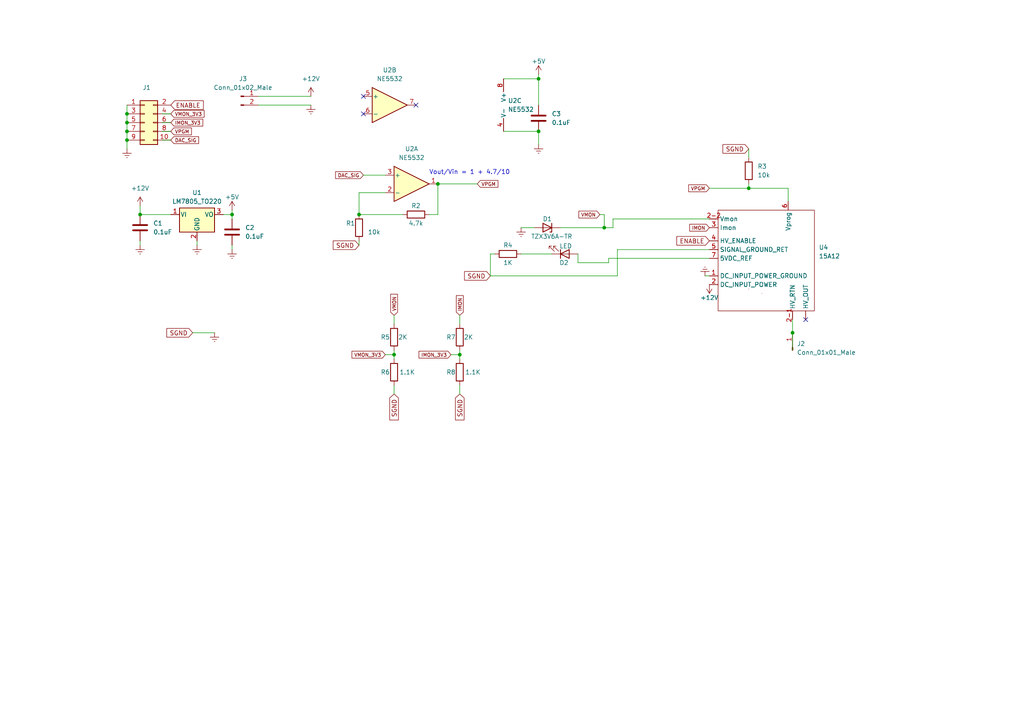
<source format=kicad_sch>
(kicad_sch (version 20211123) (generator eeschema)
  (paper "A4")
  (lib_symbols
    (symbol "Amplifier_Operational:NE5532" (pin_names (offset 0.127))
      (property "Reference" "U" (at 0 5.08 0))
      (property "Value" "NE5532" (at 0 -5.08 0))
      (symbol "NE5532_1_1"
        (polyline (pts (xy -5.08 5.08) (xy 5.08 0) (xy -5.08 -5.08) (xy -5.08 5.08)) (stroke (width 0.254)) (fill (type background)))
        (pin output line (at 7.62 0 180) (length 2.54) (name "~") (number "1"))
        (pin input line (at -7.62 -2.54 0) (length 2.54) (name "-") (number "2"))
        (pin input line (at -7.62 2.54 0) (length 2.54) (name "+") (number "3"))
      )
      (symbol "NE5532_2_1"
        (polyline (pts (xy -5.08 5.08) (xy 5.08 0) (xy -5.08 -5.08) (xy -5.08 5.08)) (stroke (width 0.254)) (fill (type background)))
        (pin input line (at -7.62 2.54 0) (length 2.54) (name "+") (number "5"))
        (pin input line (at -7.62 -2.54 0) (length 2.54) (name "-") (number "6"))
        (pin output line (at 7.62 0 180) (length 2.54) (name "~") (number "7"))
      )
      (symbol "NE5532_3_1"
        (pin power_in line (at -2.54 -7.62 90) (length 3.81) (name "V-") (number "4"))
        (pin power_in line (at -2.54 7.62 270) (length 3.81) (name "V+") (number "8"))
      )
    )
    (symbol "Connector:Conn_01x01_Male" (pin_names (offset 1.016) hide)
      (property "Reference" "J" (at 0 2.54 0))
      (property "Value" "Conn_01x01_Male" (at 0 -2.54 0))
      (symbol "Conn_01x01_Male_1_1"
        (polyline (pts (xy 1.27 0) (xy 0.8636 0)) (stroke (width 0.1524)))
        (rectangle (start 0.8636 0.127) (end 0 -0.127) (stroke (width 0.1524)) (fill (type outline)))
        (pin passive line (at 5.08 0 180) (length 3.81) (name "Pin_1") (number "1"))
      )
    )
    (symbol "Connector:Conn_01x02_Male" (pin_names (offset 1.016) hide)
      (property "Reference" "J" (at 0 2.54 0))
      (property "Value" "Conn_01x02_Male" (at 0 -5.08 0))
      (symbol "Conn_01x02_Male_1_1"
        (polyline (pts (xy 1.27 -2.54) (xy 0.8636 -2.54)) (stroke (width 0.1524)))
        (polyline (pts (xy 1.27 0) (xy 0.8636 0)) (stroke (width 0.1524)))
        (rectangle (start 0.8636 -2.413) (end 0 -2.667) (stroke (width 0.1524)) (fill (type outline)))
        (rectangle (start 0.8636 0.127) (end 0 -0.127) (stroke (width 0.1524)) (fill (type outline)))
        (pin passive line (at 5.08 0 180) (length 3.81) (name "Pin_1") (number "1"))
        (pin passive line (at 5.08 -2.54 180) (length 3.81) (name "Pin_2") (number "2"))
      )
    )
    (symbol "Connector_Generic:Conn_02x05_Odd_Even" (pin_names (offset 1.016) hide)
      (property "Reference" "J" (at 1.27 7.62 0))
      (property "Value" "Conn_02x05_Odd_Even" (at 1.27 -7.62 0))
      (symbol "Conn_02x05_Odd_Even_1_1"
        (rectangle (start -1.27 -4.953) (end 0 -5.207) (stroke (width 0.1524)))
        (rectangle (start -1.27 -2.413) (end 0 -2.667) (stroke (width 0.1524)))
        (rectangle (start -1.27 0.127) (end 0 -0.127) (stroke (width 0.1524)))
        (rectangle (start -1.27 2.667) (end 0 2.413) (stroke (width 0.1524)))
        (rectangle (start -1.27 5.207) (end 0 4.953) (stroke (width 0.1524)))
        (rectangle (start -1.27 6.35) (end 3.81 -6.35) (stroke (width 0.254)) (fill (type background)))
        (rectangle (start 3.81 -4.953) (end 2.54 -5.207) (stroke (width 0.1524)))
        (rectangle (start 3.81 -2.413) (end 2.54 -2.667) (stroke (width 0.1524)))
        (rectangle (start 3.81 0.127) (end 2.54 -0.127) (stroke (width 0.1524)))
        (rectangle (start 3.81 2.667) (end 2.54 2.413) (stroke (width 0.1524)))
        (rectangle (start 3.81 5.207) (end 2.54 4.953) (stroke (width 0.1524)))
        (pin passive line (at -5.08 5.08 0) (length 3.81) (name "Pin_1") (number "1"))
        (pin passive line (at 7.62 -5.08 180) (length 3.81) (name "Pin_10") (number "10"))
        (pin passive line (at 7.62 5.08 180) (length 3.81) (name "Pin_2") (number "2"))
        (pin passive line (at -5.08 2.54 0) (length 3.81) (name "Pin_3") (number "3"))
        (pin passive line (at 7.62 2.54 180) (length 3.81) (name "Pin_4") (number "4"))
        (pin passive line (at -5.08 0 0) (length 3.81) (name "Pin_5") (number "5"))
        (pin passive line (at 7.62 0 180) (length 3.81) (name "Pin_6") (number "6"))
        (pin passive line (at -5.08 -2.54 0) (length 3.81) (name "Pin_7") (number "7"))
        (pin passive line (at 7.62 -2.54 180) (length 3.81) (name "Pin_8") (number "8"))
        (pin passive line (at -5.08 -5.08 0) (length 3.81) (name "Pin_9") (number "9"))
      )
    )
    (symbol "Device:C" (pin_numbers hide) (pin_names (offset 0.254))
      (property "Reference" "C" (at 0.635 2.54 0))
      (property "Value" "C" (at 0.635 -2.54 0))
      (symbol "C_0_1"
        (polyline (pts (xy -2.032 -0.762) (xy 2.032 -0.762)) (stroke (width 0.508)))
        (polyline (pts (xy -2.032 0.762) (xy 2.032 0.762)) (stroke (width 0.508)))
      )
      (symbol "C_1_1"
        (pin passive line (at 0 3.81 270) (length 2.794) (name "~") (number "1"))
        (pin passive line (at 0 -3.81 90) (length 2.794) (name "~") (number "2"))
      )
    )
    (symbol "Device:D_Zener" (pin_numbers hide) (pin_names (offset 1.016) hide)
      (property "Reference" "D" (at 0 2.54 0))
      (property "Value" "D_Zener" (at 0 -2.54 0))
      (symbol "D_Zener_0_1"
        (polyline (pts (xy 1.27 0) (xy -1.27 0)))
        (polyline (pts (xy -1.27 -1.27) (xy -1.27 1.27) (xy -0.762 1.27)) (stroke (width 0.254)))
        (polyline (pts (xy 1.27 -1.27) (xy 1.27 1.27) (xy -1.27 0) (xy 1.27 -1.27)) (stroke (width 0.254)))
      )
      (symbol "D_Zener_1_1"
        (pin passive line (at -3.81 0 0) (length 2.54) (name "K") (number "1"))
        (pin passive line (at 3.81 0 180) (length 2.54) (name "A") (number "2"))
      )
    )
    (symbol "Device:LED" (pin_numbers hide) (pin_names (offset 1.016) hide)
      (property "Reference" "D" (at 0 2.54 0))
      (property "Value" "LED" (at 0 -2.54 0))
      (symbol "LED_0_1"
        (polyline (pts (xy -1.27 -1.27) (xy -1.27 1.27)) (stroke (width 0.254)))
        (polyline (pts (xy -1.27 0) (xy 1.27 0)))
        (polyline (pts (xy 1.27 -1.27) (xy 1.27 1.27) (xy -1.27 0) (xy 1.27 -1.27)) (stroke (width 0.254)))
        (polyline (pts (xy -3.048 -0.762) (xy -4.572 -2.286) (xy -3.81 -2.286) (xy -4.572 -2.286) (xy -4.572 -1.524)))
        (polyline (pts (xy -1.778 -0.762) (xy -3.302 -2.286) (xy -2.54 -2.286) (xy -3.302 -2.286) (xy -3.302 -1.524)))
      )
      (symbol "LED_1_1"
        (pin passive line (at -3.81 0 0) (length 2.54) (name "K") (number "1"))
        (pin passive line (at 3.81 0 180) (length 2.54) (name "A") (number "2"))
      )
    )
    (symbol "Device:R" (pin_numbers hide) (pin_names (offset 0))
      (property "Reference" "R" (at 2.032 0 90))
      (property "Value" "R" (at 0 0 90))
      (symbol "R_0_1"
        (rectangle (start -1.016 -2.54) (end 1.016 2.54) (stroke (width 0.254)))
      )
      (symbol "R_1_1"
        (pin passive line (at 0 3.81 270) (length 1.27) (name "~") (number "1"))
        (pin passive line (at 0 -3.81 90) (length 1.27) (name "~") (number "2"))
      )
    )
    (symbol "Regulator_Linear:LM7805_TO220" (pin_names (offset 0.254))
      (property "Reference" "U" (at -3.81 3.175 0))
      (property "Value" "LM7805_TO220" (at 0 3.175 0))
      (symbol "LM7805_TO220_0_1"
        (rectangle (start -5.08 1.905) (end 5.08 -5.08) (stroke (width 0.254)) (fill (type background)))
      )
      (symbol "LM7805_TO220_1_1"
        (pin power_in line (at -7.62 0 0) (length 2.54) (name "VI") (number "1"))
        (pin power_in line (at 0 -7.62 90) (length 2.54) (name "GND") (number "2"))
        (pin power_out line (at 7.62 0 180) (length 2.54) (name "VO") (number "3"))
      )
    )
    (symbol "design:15A12"
      (property "Reference" "U4" (at 20.32 -1.9049 0))
      (property "Value" "15A12" (at 20.32 -4.4449 0))
      (symbol "15A12_0_1"
        (rectangle (start -8.89 8.89) (end 19.05 -20.32))
        (rectangle (start 0 -13.97) (end 0 -13.97))
        (rectangle (start 3.81 -15.24) (end 3.81 -15.24))
      )
      (symbol "15A12_1_1"
        (pin input line (at 16.51 -22.86 90) (length 2.54) (name "HV_OUT") (number ""))
        (pin input line (at -11.43 -10.16 0) (length 2.54) (name "DC_INPUT_POWER_GROUND") (number "1"))
        (pin output line (at -11.43 -12.7 0) (length 2.54) (name "DC_INPUT_POWER") (number "2"))
        (pin input line (at 12.7 -22.86 90) (length 2.54) (name "HV_RTN") (number "2-1"))
        (pin input line (at -11.43 6.35 0) (length 2.54) (name "Vmon") (number "2-2"))
        (pin output line (at -11.43 3.81 0) (length 2.54) (name "Imon") (number "3"))
        (pin input line (at -11.43 0 0) (length 2.54) (name "HV_ENABLE") (number "4"))
        (pin input line (at -11.43 -2.54 0) (length 2.54) (name "SIGNAL_GROUND_RET") (number "5"))
        (pin input line (at 11.43 11.43 270) (length 2.54) (name "Vprog") (number "6"))
        (pin output line (at -11.43 -5.08 0) (length 2.54) (name "5VDC_REF") (number "7"))
      )
    )
    (symbol "power:+12V" (power) (pin_names (offset 0))
      (property "Value" "+12V" (at 0 3.556 0))
      (symbol "+12V_0_1"
        (polyline (pts (xy -0.762 1.27) (xy 0 2.54)))
        (polyline (pts (xy 0 0) (xy 0 2.54)))
        (polyline (pts (xy 0 2.54) (xy 0.762 1.27)))
      )
      (symbol "+12V_1_1"
        (pin power_in line (at 0 0 90) (length 0) hide (name "+12V") (number "1"))
      )
    )
    (symbol "power:+5V" (power) (pin_names (offset 0))
      (property "Value" "+5V" (at 0 3.556 0))
      (symbol "+5V_0_1"
        (polyline (pts (xy -0.762 1.27) (xy 0 2.54)))
        (polyline (pts (xy 0 0) (xy 0 2.54)))
        (polyline (pts (xy 0 2.54) (xy 0.762 1.27)))
      )
      (symbol "+5V_1_1"
        (pin power_in line (at 0 0 90) (length 0) hide (name "+5V") (number "1"))
      )
    )
    (symbol "power:Earth" (power) (pin_names (offset 0))
      (symbol "Earth_0_1"
        (polyline (pts (xy -0.635 -1.905) (xy 0.635 -1.905)))
        (polyline (pts (xy -0.127 -2.54) (xy 0.127 -2.54)))
        (polyline (pts (xy 0 -1.27) (xy 0 0)))
        (polyline (pts (xy 1.27 -1.27) (xy -1.27 -1.27)))
      )
      (symbol "Earth_1_1"
        (pin power_in line (at 0 0 270) (length 0) hide (name "Earth") (number "1"))
      )
    )
  )
  (junction (at 156.21 38.1))
  (junction (at 127 53.34))
  (junction (at 36.83 35.56))
  (junction (at 156.21 22.86))
  (junction (at 114.3 102.87))
  (junction (at 217.17 54.61))
  (junction (at 36.83 38.1))
  (junction (at 133.35 102.87))
  (junction (at 36.83 33.02))
  (junction (at 104.14 62.23))
  (junction (at 40.64 62.23))
  (junction (at 67.31 62.23))
  (junction (at 229.87 96.52))
  (junction (at 175.26 66.04))
  (junction (at 36.83 40.64))
  (no_connect (at 233.68 92.71))
  (no_connect (at 105.41 27.94))
  (no_connect (at 105.41 33.02))
  (no_connect (at 120.65 30.48))
  (wire (pts (xy 114.3 101.6) (xy 114.3 102.87)))
  (wire (pts (xy 36.83 33.02) (xy 36.83 30.48)))
  (wire (pts (xy 179.07 72.39) (xy 179.07 80.01)))
  (wire (pts (xy 179.07 80.01) (xy 142.24 80.01)))
  (wire (pts (xy 67.31 62.23) (xy 67.31 63.5)))
  (wire (pts (xy 67.31 60.96) (xy 67.31 62.23)))
  (wire (pts (xy 64.77 62.23) (xy 67.31 62.23)))
  (wire (pts (xy 40.64 69.85) (xy 40.64 71.12)))
  (wire (pts (xy 111.76 102.87) (xy 114.3 102.87)))
  (wire (pts (xy 36.83 43.18) (xy 36.83 40.64)))
  (wire (pts (xy 176.53 74.93) (xy 176.53 76.2)))
  (wire (pts (xy 156.21 22.86) (xy 156.21 30.48)))
  (wire (pts (xy 74.93 27.94) (xy 90.17 27.94)))
  (wire (pts (xy 40.64 62.23) (xy 49.53 62.23)))
  (wire (pts (xy 55.88 96.52) (xy 62.23 96.52)))
  (wire (pts (xy 46.99 38.1) (xy 49.53 38.1)))
  (wire (pts (xy 142.24 73.66) (xy 143.51 73.66)))
  (wire (pts (xy 57.15 69.85) (xy 57.15 71.12)))
  (wire (pts (xy 176.53 76.2) (xy 167.64 76.2)))
  (wire (pts (xy 36.83 38.1) (xy 36.83 35.56)))
  (wire (pts (xy 228.6 58.42) (xy 228.6 54.61)))
  (wire (pts (xy 105.41 50.8) (xy 111.76 50.8)))
  (wire (pts (xy 217.17 53.34) (xy 217.17 54.61)))
  (wire (pts (xy 156.21 21.59) (xy 156.21 22.86)))
  (wire (pts (xy 74.93 30.48) (xy 90.17 30.48)))
  (wire (pts (xy 46.99 40.64) (xy 49.53 40.64)))
  (wire (pts (xy 217.17 43.18) (xy 217.17 45.72)))
  (wire (pts (xy 205.74 74.93) (xy 176.53 74.93)))
  (wire (pts (xy 228.6 54.61) (xy 217.17 54.61)))
  (wire (pts (xy 114.3 102.87) (xy 114.3 104.14)))
  (wire (pts (xy 114.3 91.44) (xy 114.3 93.98)))
  (wire (pts (xy 127 53.34) (xy 127 62.23)))
  (wire (pts (xy 175.26 62.23) (xy 175.26 66.04)))
  (wire (pts (xy 142.24 80.01) (xy 142.24 73.66)))
  (wire (pts (xy 156.21 38.1) (xy 156.21 41.91)))
  (wire (pts (xy 127 53.34) (xy 138.43 53.34)))
  (wire (pts (xy 67.31 71.12) (xy 67.31 72.39)))
  (wire (pts (xy 127 62.23) (xy 124.46 62.23)))
  (wire (pts (xy 36.83 40.64) (xy 36.83 38.1)))
  (wire (pts (xy 133.35 102.87) (xy 133.35 104.14)))
  (wire (pts (xy 104.14 55.88) (xy 111.76 55.88)))
  (wire (pts (xy 40.64 59.69) (xy 40.64 62.23)))
  (wire (pts (xy 175.26 66.04) (xy 177.8 66.04)))
  (wire (pts (xy 205.74 63.5) (xy 177.8 63.5)))
  (wire (pts (xy 46.99 35.56) (xy 49.53 35.56)))
  (wire (pts (xy 114.3 111.76) (xy 114.3 114.3)))
  (wire (pts (xy 36.83 35.56) (xy 36.83 33.02)))
  (wire (pts (xy 104.14 55.88) (xy 104.14 62.23)))
  (wire (pts (xy 130.81 102.87) (xy 133.35 102.87)))
  (wire (pts (xy 133.35 101.6) (xy 133.35 102.87)))
  (wire (pts (xy 205.74 72.39) (xy 179.07 72.39)))
  (wire (pts (xy 46.99 33.02) (xy 49.53 33.02)))
  (wire (pts (xy 167.64 76.2) (xy 167.64 73.66)))
  (wire (pts (xy 156.21 22.86) (xy 146.05 22.86)))
  (wire (pts (xy 104.14 62.23) (xy 116.84 62.23)))
  (wire (pts (xy 104.14 71.12) (xy 104.14 69.85)))
  (wire (pts (xy 177.8 63.5) (xy 177.8 66.04)))
  (wire (pts (xy 146.05 38.1) (xy 156.21 38.1)))
  (wire (pts (xy 133.35 111.76) (xy 133.35 114.3)))
  (wire (pts (xy 151.13 73.66) (xy 160.02 73.66)))
  (wire (pts (xy 133.35 91.44) (xy 133.35 93.98)))
  (wire (pts (xy 151.13 66.04) (xy 154.94 66.04)))
  (wire (pts (xy 173.99 62.23) (xy 175.26 62.23)))
  (wire (pts (xy 229.87 96.52) (xy 229.87 101.6)))
  (wire (pts (xy 162.56 66.04) (xy 175.26 66.04)))
  (wire (pts (xy 204.47 80.01) (xy 205.74 80.01)))
  (wire (pts (xy 205.74 54.61) (xy 217.17 54.61)))
  (wire (pts (xy 229.87 92.71) (xy 229.87 96.52)))
  (text "Vout/Vin = 1 + 4.7/10" (at 124.46 50.8 0) (effects (font (size 1.27 1.27)) (justify left bottom)))
  (global_label "IMON_3V3" (shape input) (at 49.53 35.56 0) (effects (font (size 1.016 1.016))) (property "Intersheet References" "${INTERSHEET_REFS}" (effects hide)))
  (global_label "VMON_3V3" (shape input) (at 111.76 102.87 180) (effects (font (size 1.016 1.016))) (property "Intersheet References" "${INTERSHEET_REFS}" (effects hide)))
  (global_label "DAC_SIG" (shape input) (at 105.41 50.8 180) (effects (font (size 1.016 1.016))) (property "Intersheet References" "${INTERSHEET_REFS}" (effects hide)))
  (global_label "SGND" (shape input) (at 217.17 43.18 180) (property "Intersheet References" "${INTERSHEET_REFS}" (effects hide)))
  (global_label "ENABLE" (shape input) (at 205.74 69.85 180) (property "Intersheet References" "${INTERSHEET_REFS}" (effects hide)))
  (global_label "VMON" (shape input) (at 173.99 62.23 180) (effects (font (size 1.016 1.016))) (property "Intersheet References" "${INTERSHEET_REFS}" (effects hide)))
  (global_label "VMON" (shape input) (at 114.3 91.44 90) (effects (font (size 1.016 1.016))) (property "Intersheet References" "${INTERSHEET_REFS}" (effects hide)))
  (global_label "SGND" (shape input) (at 142.24 80.01 180) (property "Intersheet References" "${INTERSHEET_REFS}" (effects hide)))
  (global_label "IMON" (shape input) (at 205.74 66.04 180) (effects (font (size 1.016 1.016))) (property "Intersheet References" "${INTERSHEET_REFS}" (effects hide)))
  (global_label "VMON_3V3" (shape input) (at 49.53 33.02 0) (effects (font (size 1.016 1.016))) (property "Intersheet References" "${INTERSHEET_REFS}" (effects hide)))
  (global_label "ENABLE" (shape input) (at 49.53 30.48 0) (property "Intersheet References" "${INTERSHEET_REFS}" (effects hide)))
  (global_label "VPGM" (shape input) (at 49.53 38.1 0) (effects (font (size 1.016 1.016))) (property "Intersheet References" "${INTERSHEET_REFS}" (effects hide)))
  (global_label "IMON" (shape input) (at 133.35 91.44 90) (effects (font (size 1.016 1.016))) (property "Intersheet References" "${INTERSHEET_REFS}" (effects hide)))
  (global_label "SGND" (shape input) (at 104.14 71.12 180) (property "Intersheet References" "${INTERSHEET_REFS}" (effects hide)))
  (global_label "VPGM" (shape input) (at 138.43 53.34 0) (effects (font (size 1.016 1.016))) (property "Intersheet References" "${INTERSHEET_REFS}" (effects hide)))
  (global_label "SGND" (shape input) (at 55.88 96.52 180) (property "Intersheet References" "${INTERSHEET_REFS}" (effects hide)))
  (global_label "DAC_SIG" (shape input) (at 49.53 40.64 0) (effects (font (size 1.016 1.016))) (property "Intersheet References" "${INTERSHEET_REFS}" (effects hide)))
  (global_label "IMON_3V3" (shape input) (at 130.81 102.87 180) (effects (font (size 1.016 1.016))) (property "Intersheet References" "${INTERSHEET_REFS}" (effects hide)))
  (global_label "VPGM" (shape input) (at 205.74 54.61 180) (effects (font (size 1.016 1.016))) (property "Intersheet References" "${INTERSHEET_REFS}" (effects hide)))
  (global_label "SGND" (shape input) (at 114.3 114.3 270) (property "Intersheet References" "${INTERSHEET_REFS}" (effects hide)))
  (global_label "SGND" (shape input) (at 133.35 114.3 270) (property "Intersheet References" "${INTERSHEET_REFS}" (effects hide)))
  (symbol (lib_id "power:+12V") (at 90.17 27.94 0) (unit 1)
    (property "Reference" "#PWR0105" (effects hide))
    (property "Value" "+12V" (at 90.17 22.86 0))
  )
  (symbol (lib_id "power:Earth") (at 156.21 41.91 0) (unit 1)
    (property "Reference" "#PWR011" (effects hide))
    (property "Value" "Earth" (effects hide))
  )
  (symbol (lib_id "power:Earth") (at 90.17 30.48 0) (unit 1)
    (property "Reference" "#PWR0106" (effects hide))
    (property "Value" "Earth" (effects hide))
  )
  (symbol (lib_id "power:+12V") (at 40.64 59.69 0) (unit 1)
    (property "Reference" "#PWR01" (effects hide))
    (property "Value" "+12V" (at 40.64 54.61 0))
  )
  (symbol (lib_id "Device:D_Zener") (at 158.75 66.04 180) (unit 1)
    (property "Reference" "D1" (at 158.75 63.5 0))
    (property "Value" "TZX3V6A-TR" (at 160.02 68.58 0))
    (property "Footprint" "Diode_THT:D_DO-35_SOD27_P7.62mm_Horizontal" (effects hide))
  )
  (symbol (lib_id "Device:C") (at 156.21 34.29 0) (unit 1)
    (property "Reference" "C3" (at 160.02 33.0199 0) (effects (justify left)))
    (property "Value" "0.1uF" (at 160.02 35.5599 0) (effects (justify left)))
    (property "Footprint" "Capacitor_THT:C_Disc_D4.3mm_W1.9mm_P5.00mm" (effects hide))
  )
  (symbol (lib_id "Regulator_Linear:LM7805_TO220") (at 57.15 62.23 0) (unit 1)
    (property "Reference" "U1" (at 57.15 55.88 0))
    (property "Value" "LM7805_TO220" (at 57.15 58.42 0))
    (property "Footprint" "Package_TO_SOT_THT:TO-220-3_Vertical" (effects hide))
    (property "Datasheet" "https://www.onsemi.cn/PowerSolutions/document/MC7800-D.PDF" (effects hide))
  )
  (symbol (lib_id "power:Earth") (at 36.83 43.18 0) (unit 1)
    (property "Reference" "#PWR0104" (effects hide))
    (property "Value" "Earth" (effects hide))
  )
  (symbol (lib_id "Device:R") (at 114.3 107.95 180) (unit 1)
    (property "Reference" "R6" (at 111.76 107.95 0))
    (property "Value" "1.1K" (at 118.11 107.95 0))
    (property "Footprint" "Resistor_THT:R_Axial_DIN0207_L6.3mm_D2.5mm_P10.16mm_Horizontal" (effects hide))
  )
  (symbol (lib_id "power:+5V") (at 67.31 60.96 0) (unit 1)
    (property "Reference" "#PWR04" (effects hide))
    (property "Value" "+5V" (at 67.31 57.15 0))
  )
  (symbol (lib_id "Connector:Conn_01x02_Male") (at 69.85 27.94 0) (unit 1)
    (property "Reference" "J3" (at 70.485 22.86 0))
    (property "Value" "Conn_01x02_Male" (at 70.485 25.4 0))
    (property "Footprint" "Connector_PinSocket_2.54mm:PinSocket_1x02_P2.54mm_Vertical" (effects hide))
  )
  (symbol (lib_id "Amplifier_Operational:NE5532") (at 148.59 30.48 0) (unit 3)
    (property "Reference" "U2" (at 147.32 29.2099 0) (effects (justify left)))
    (property "Value" "NE5532" (at 147.32 31.7499 0) (effects (justify left)))
    (property "Footprint" "Package_DIP:DIP-8_W7.62mm" (effects hide))
    (property "Datasheet" "http://www.ti.com/lit/ds/symlink/ne5532.pdf" (effects hide))
  )
  (symbol (lib_id "Amplifier_Operational:NE5532") (at 119.38 53.34 0) (unit 1)
    (property "Reference" "U2" (at 119.38 43.18 0))
    (property "Value" "NE5532" (at 119.38 45.72 0))
    (property "Footprint" "Package_DIP:DIP-8_W7.62mm" (effects hide))
    (property "Datasheet" "http://www.ti.com/lit/ds/symlink/ne5532.pdf" (effects hide))
  )
  (symbol (lib_id "Connector:Conn_01x01_Male") (at 229.87 101.6 90) (unit 1)
    (property "Reference" "J2" (at 231.14 99.6949 90) (effects (justify right)))
    (property "Value" "Conn_01x01_Male" (at 231.14 102.2349 90) (effects (justify right)))
    (property "Footprint" "Connector_Wire:SolderWire-0.75sqmm_1x01_D1.25mm_OD2.3mm_Relief" (effects hide))
  )
  (symbol (lib_id "Device:R") (at 120.65 62.23 90) (unit 1)
    (property "Reference" "R2" (at 120.65 59.69 90))
    (property "Value" "4.7k" (at 120.65 64.77 90))
    (property "Footprint" "Resistor_THT:R_Axial_DIN0207_L6.3mm_D2.5mm_P7.62mm_Horizontal" (effects hide))
  )
  (symbol (lib_id "Device:R") (at 133.35 107.95 180) (unit 1)
    (property "Reference" "R8" (at 130.81 107.95 0))
    (property "Value" "1.1K" (at 137.16 107.95 0))
    (property "Footprint" "Resistor_THT:R_Axial_DIN0207_L6.3mm_D2.5mm_P10.16mm_Horizontal" (effects hide))
  )
  (symbol (lib_id "Amplifier_Operational:NE5532") (at 113.03 30.48 0) (unit 2)
    (property "Reference" "U2" (at 113.03 20.32 0))
    (property "Value" "NE5532" (at 113.03 22.86 0))
    (property "Footprint" "Package_DIP:DIP-8_W7.62mm" (effects hide))
    (property "Datasheet" "http://www.ti.com/lit/ds/symlink/ne5532.pdf" (effects hide))
  )
  (symbol (lib_id "Device:R") (at 217.17 49.53 0) (unit 1)
    (property "Reference" "R3" (at 219.71 48.2599 0) (effects (justify left)))
    (property "Value" "10k" (at 219.71 50.7999 0) (effects (justify left)))
    (property "Footprint" "Resistor_THT:R_Axial_DIN0207_L6.3mm_D2.5mm_P10.16mm_Horizontal" (effects hide))
  )
  (symbol (lib_id "power:+5V") (at 156.21 21.59 0) (unit 1)
    (property "Reference" "#PWR010" (effects hide))
    (property "Value" "+5V" (at 156.21 17.78 0))
  )
  (symbol (lib_id "Device:R") (at 133.35 97.79 180) (unit 1)
    (property "Reference" "R7" (at 130.81 97.79 0))
    (property "Value" "2K" (at 135.89 97.79 0))
    (property "Footprint" "Resistor_THT:R_Axial_DIN0207_L6.3mm_D2.5mm_P10.16mm_Horizontal" (effects hide))
  )
  (symbol (lib_id "Device:R") (at 114.3 97.79 180) (unit 1)
    (property "Reference" "R5" (at 111.76 97.79 0))
    (property "Value" "2K" (at 116.84 97.79 0))
    (property "Footprint" "Resistor_THT:R_Axial_DIN0207_L6.3mm_D2.5mm_P10.16mm_Horizontal" (effects hide))
  )
  (symbol (lib_id "Device:R") (at 104.14 66.04 0) (unit 1)
    (property "Reference" "R1" (at 100.33 64.77 0) (effects (justify left)))
    (property "Value" "10k" (at 106.68 67.3099 0) (effects (justify left)))
    (property "Footprint" "Resistor_THT:R_Axial_DIN0207_L6.3mm_D2.5mm_P10.16mm_Horizontal" (effects hide))
  )
  (symbol (lib_id "power:Earth") (at 67.31 72.39 0) (unit 1)
    (property "Reference" "#PWR05" (effects hide))
    (property "Value" "Earth" (effects hide))
  )
  (symbol (lib_id "Device:LED") (at 163.83 73.66 0) (mirror x) (unit 1)
    (property "Reference" "D2" (at 163.576 76.2 0))
    (property "Value" "LED" (at 164.084 71.374 0))
    (property "Footprint" "LED_THT:LED_D3.0mm_Clear" (effects hide))
  )
  (symbol (lib_id "Connector_Generic:Conn_02x05_Odd_Even") (at 41.91 35.56 0) (unit 1)
    (property "Reference" "J1" (at 42.545 25.4 0))
    (property "Value" "Conn_01x07_Male" (effects hide))
    (property "Footprint" "Connector_PinSocket_2.54mm:PinSocket_2x05_P2.54mm_Vertical" (effects hide))
  )
  (symbol (lib_id "power:Earth") (at 40.64 71.12 0) (unit 1)
    (property "Reference" "#PWR02" (effects hide))
    (property "Value" "Earth" (effects hide))
  )
  (symbol (lib_id "Device:R") (at 147.32 73.66 90) (unit 1)
    (property "Reference" "R4" (at 147.32 71.12 90))
    (property "Value" "1K" (at 147.32 76.2 90))
    (property "Footprint" "Resistor_THT:R_Axial_DIN0207_L6.3mm_D2.5mm_P7.62mm_Horizontal" (effects hide))
  )
  (symbol (lib_id "power:+12V") (at 205.74 82.55 180) (unit 1)
    (property "Reference" "#PWR0101" (effects hide))
    (property "Value" "+12V" (at 205.74 86.36 0))
  )
  (symbol (lib_id "power:Earth") (at 57.15 71.12 0) (unit 1)
    (property "Reference" "#PWR03" (effects hide))
    (property "Value" "Earth" (effects hide))
  )
  (symbol (lib_id "power:Earth") (at 204.47 80.01 180) (unit 1)
    (property "Reference" "#PWR0103" (effects hide))
    (property "Value" "Earth" (effects hide))
  )
  (symbol (lib_id "Device:C") (at 67.31 67.31 0) (unit 1)
    (property "Reference" "C2" (at 71.12 66.0399 0) (effects (justify left)))
    (property "Value" "0.1uF" (at 71.12 68.5799 0) (effects (justify left)))
    (property "Footprint" "Capacitor_THT:C_Disc_D6.0mm_W2.5mm_P5.00mm" (effects hide))
  )
  (symbol (lib_id "design:15A12") (at 217.17 69.85 0) (unit 1)
    (property "Reference" "U4" (at 237.49 71.7549 0) (effects (justify left)))
    (property "Value" "15A12" (at 237.49 74.2949 0) (effects (justify left)))
    (property "Footprint" "Library:Advanced Energy 15A12P4" (effects hide))
  )
  (symbol (lib_id "Device:C") (at 40.64 66.04 0) (unit 1)
    (property "Reference" "C1" (at 44.45 64.7699 0) (effects (justify left)))
    (property "Value" "0.1uF" (at 44.45 67.3099 0) (effects (justify left)))
    (property "Footprint" "Capacitor_THT:C_Disc_D6.0mm_W2.5mm_P5.00mm" (effects hide))
  )
  (symbol (lib_id "power:Earth") (at 62.23 96.52 0) (unit 1)
    (property "Reference" "#PWR0102" (effects hide))
    (property "Value" "Earth" (effects hide))
  )
  (symbol (lib_id "power:Earth") (at 151.13 66.04 0) (unit 1)
    (property "Reference" "#PWR013" (effects hide))
    (property "Value" "Earth" (effects hide))
  )
)
</source>
